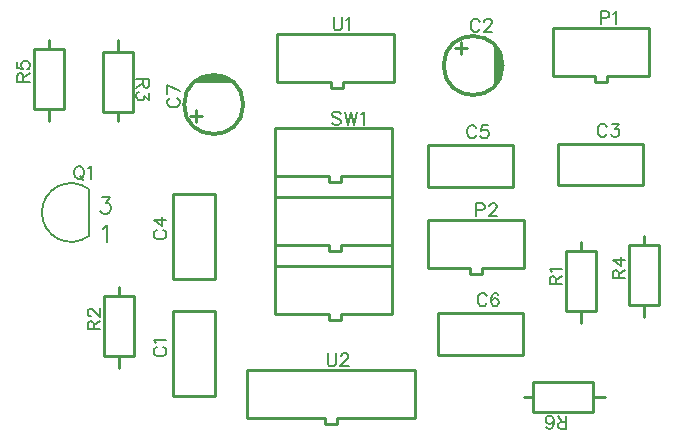
<source format=gto>
G04 Layer: TopSilkscreenLayer*
G04 EasyEDA v6.5.34, 2023-09-13 00:54:02*
G04 8d9e425805504cf3a60d87cb7ac09cbe,2c7f107921f9494b8657ce3d0c88cbd9,10*
G04 Gerber Generator version 0.2*
G04 Scale: 100 percent, Rotated: No, Reflected: No *
G04 Dimensions in millimeters *
G04 leading zeros omitted , absolute positions ,4 integer and 5 decimal *
%FSLAX45Y45*%
%MOMM*%

%ADD10C,0.1524*%
%ADD11C,0.1499*%
%ADD12C,0.2540*%
%ADD13C,0.2007*%
%ADD14C,0.3000*%
%ADD15C,0.0147*%

%LPD*%
D10*
X3479800Y14415516D02*
G01*
X3479800Y14337537D01*
X3484879Y14322044D01*
X3495293Y14311629D01*
X3511041Y14306550D01*
X3521456Y14306550D01*
X3536950Y14311629D01*
X3547363Y14322044D01*
X3552443Y14337537D01*
X3552443Y14415516D01*
X3586734Y14394687D02*
G01*
X3597147Y14400021D01*
X3612895Y14415516D01*
X3612895Y14306550D01*
X3429000Y11570715D02*
G01*
X3429000Y11492737D01*
X3434079Y11477244D01*
X3444493Y11466829D01*
X3460241Y11461750D01*
X3470656Y11461750D01*
X3486150Y11466829D01*
X3496563Y11477244D01*
X3501643Y11492737D01*
X3501643Y11570715D01*
X3541268Y11544808D02*
G01*
X3541268Y11549887D01*
X3546347Y11560302D01*
X3551681Y11565636D01*
X3562095Y11570715D01*
X3582670Y11570715D01*
X3593084Y11565636D01*
X3598418Y11560302D01*
X3603497Y11549887D01*
X3603497Y11539474D01*
X3598418Y11529060D01*
X3588004Y11513565D01*
X3535934Y11461750D01*
X3608831Y11461750D01*
X1980666Y11622252D02*
G01*
X1970252Y11616918D01*
X1959838Y11606504D01*
X1954758Y11596344D01*
X1954758Y11575516D01*
X1959838Y11565102D01*
X1970252Y11554688D01*
X1980666Y11549354D01*
X1996414Y11544274D01*
X2022322Y11544274D01*
X2037816Y11549354D01*
X2048230Y11554688D01*
X2058644Y11565102D01*
X2063978Y11575516D01*
X2063978Y11596344D01*
X2058644Y11606504D01*
X2048230Y11616918D01*
X2037816Y11622252D01*
X1975586Y11656542D02*
G01*
X1970252Y11666956D01*
X1954758Y11682450D01*
X2063978Y11682450D01*
X4716525Y14376907D02*
G01*
X4711445Y14387321D01*
X4701031Y14397736D01*
X4690618Y14402816D01*
X4669790Y14402816D01*
X4659375Y14397736D01*
X4649215Y14387321D01*
X4643881Y14376907D01*
X4638802Y14361160D01*
X4638802Y14335252D01*
X4643881Y14319757D01*
X4649215Y14309344D01*
X4659375Y14298929D01*
X4669790Y14293850D01*
X4690618Y14293850D01*
X4701031Y14298929D01*
X4711445Y14309344D01*
X4716525Y14319757D01*
X4756150Y14376907D02*
G01*
X4756150Y14381987D01*
X4761229Y14392402D01*
X4766563Y14397736D01*
X4776977Y14402816D01*
X4797806Y14402816D01*
X4807965Y14397736D01*
X4813300Y14392402D01*
X4818379Y14381987D01*
X4818379Y14371574D01*
X4813300Y14361160D01*
X4802886Y14345666D01*
X4750815Y14293850D01*
X4823713Y14293850D01*
X5792977Y13487907D02*
G01*
X5787643Y13498321D01*
X5777229Y13508736D01*
X5767070Y13513816D01*
X5746241Y13513816D01*
X5735827Y13508736D01*
X5725413Y13498321D01*
X5720079Y13487907D01*
X5715000Y13472160D01*
X5715000Y13446252D01*
X5720079Y13430757D01*
X5725413Y13420344D01*
X5735827Y13409929D01*
X5746241Y13404850D01*
X5767070Y13404850D01*
X5777229Y13409929D01*
X5787643Y13420344D01*
X5792977Y13430757D01*
X5837681Y13513816D02*
G01*
X5894831Y13513816D01*
X5863590Y13472160D01*
X5879084Y13472160D01*
X5889497Y13467079D01*
X5894831Y13462000D01*
X5899911Y13446252D01*
X5899911Y13435837D01*
X5894831Y13420344D01*
X5884418Y13409929D01*
X5868670Y13404850D01*
X5853175Y13404850D01*
X5837681Y13409929D01*
X5832347Y13415010D01*
X5827268Y13425424D01*
X1980666Y12612852D02*
G01*
X1970252Y12607518D01*
X1959838Y12597104D01*
X1954758Y12586944D01*
X1954758Y12566116D01*
X1959838Y12555702D01*
X1970252Y12545288D01*
X1980666Y12539954D01*
X1996414Y12534874D01*
X2022322Y12534874D01*
X2037816Y12539954D01*
X2048230Y12545288D01*
X2058644Y12555702D01*
X2063978Y12566116D01*
X2063978Y12586944D01*
X2058644Y12597104D01*
X2048230Y12607518D01*
X2037816Y12612852D01*
X1954758Y12698958D02*
G01*
X2027402Y12647142D01*
X2027402Y12725120D01*
X1954758Y12698958D02*
G01*
X2063978Y12698958D01*
X4688077Y13475207D02*
G01*
X4682743Y13485621D01*
X4672329Y13496036D01*
X4662170Y13501116D01*
X4641341Y13501116D01*
X4630927Y13496036D01*
X4620513Y13485621D01*
X4615179Y13475207D01*
X4610100Y13459460D01*
X4610100Y13433552D01*
X4615179Y13418057D01*
X4620513Y13407644D01*
X4630927Y13397229D01*
X4641341Y13392150D01*
X4662170Y13392150D01*
X4672329Y13397229D01*
X4682743Y13407644D01*
X4688077Y13418057D01*
X4784597Y13501116D02*
G01*
X4732781Y13501116D01*
X4727447Y13454379D01*
X4732781Y13459460D01*
X4748275Y13464794D01*
X4763770Y13464794D01*
X4779518Y13459460D01*
X4789931Y13449300D01*
X4795011Y13433552D01*
X4795011Y13423137D01*
X4789931Y13407644D01*
X4779518Y13397229D01*
X4763770Y13392150D01*
X4748275Y13392150D01*
X4732781Y13397229D01*
X4727447Y13402310D01*
X4722368Y13412724D01*
X4776977Y12052808D02*
G01*
X4771643Y12063221D01*
X4761229Y12073636D01*
X4751070Y12078715D01*
X4730241Y12078715D01*
X4719827Y12073636D01*
X4709413Y12063221D01*
X4704079Y12052808D01*
X4699000Y12037060D01*
X4699000Y12011152D01*
X4704079Y11995658D01*
X4709413Y11985244D01*
X4719827Y11974829D01*
X4730241Y11969750D01*
X4751070Y11969750D01*
X4761229Y11974829D01*
X4771643Y11985244D01*
X4776977Y11995658D01*
X4873497Y12063221D02*
G01*
X4868418Y12073636D01*
X4852670Y12078715D01*
X4842509Y12078715D01*
X4826761Y12073636D01*
X4816347Y12057887D01*
X4811268Y12031979D01*
X4811268Y12006071D01*
X4816347Y11985244D01*
X4826761Y11974829D01*
X4842509Y11969750D01*
X4847590Y11969750D01*
X4863084Y11974829D01*
X4873497Y11985244D01*
X4878831Y12000737D01*
X4878831Y12006071D01*
X4873497Y12021565D01*
X4863084Y12031979D01*
X4847590Y12037060D01*
X4842509Y12037060D01*
X4826761Y12031979D01*
X4816347Y12021565D01*
X4811268Y12006071D01*
X2095144Y13733678D02*
G01*
X2084730Y13728344D01*
X2074316Y13717930D01*
X2068982Y13707770D01*
X2068982Y13686942D01*
X2074316Y13676528D01*
X2084730Y13666114D01*
X2095144Y13660780D01*
X2110638Y13655700D01*
X2136546Y13655700D01*
X2152294Y13660780D01*
X2162454Y13666114D01*
X2172868Y13676528D01*
X2178202Y13686942D01*
X2178202Y13707770D01*
X2172868Y13717930D01*
X2162454Y13728344D01*
X2152294Y13733678D01*
X2068982Y13840612D02*
G01*
X2178202Y13788796D01*
X2068982Y13767968D02*
G01*
X2068982Y13840612D01*
X5740400Y14466316D02*
G01*
X5740400Y14357350D01*
X5740400Y14466316D02*
G01*
X5787136Y14466316D01*
X5802629Y14461236D01*
X5807963Y14455902D01*
X5813043Y14445487D01*
X5813043Y14429994D01*
X5807963Y14419579D01*
X5802629Y14414500D01*
X5787136Y14409166D01*
X5740400Y14409166D01*
X5847334Y14445487D02*
G01*
X5857747Y14450821D01*
X5873495Y14466316D01*
X5873495Y14357350D01*
X4686300Y12840715D02*
G01*
X4686300Y12731750D01*
X4686300Y12840715D02*
G01*
X4733036Y12840715D01*
X4748529Y12835636D01*
X4753863Y12830302D01*
X4758943Y12819887D01*
X4758943Y12804394D01*
X4753863Y12793979D01*
X4748529Y12788900D01*
X4733036Y12783565D01*
X4686300Y12783565D01*
X4798568Y12814808D02*
G01*
X4798568Y12819887D01*
X4803647Y12830302D01*
X4808981Y12835636D01*
X4819395Y12840715D01*
X4839970Y12840715D01*
X4850384Y12835636D01*
X4855718Y12830302D01*
X4860797Y12819887D01*
X4860797Y12809474D01*
X4855718Y12799060D01*
X4845304Y12783565D01*
X4793234Y12731750D01*
X4866131Y12731750D01*
X1313687Y13158216D02*
G01*
X1303528Y13152881D01*
X1293113Y13142721D01*
X1287779Y13132307D01*
X1282700Y13116560D01*
X1282700Y13090652D01*
X1287779Y13075158D01*
X1293113Y13064744D01*
X1303528Y13054329D01*
X1313687Y13048995D01*
X1334515Y13048995D01*
X1344929Y13054329D01*
X1355344Y13064744D01*
X1360678Y13075158D01*
X1365757Y13090652D01*
X1365757Y13116560D01*
X1360678Y13132307D01*
X1355344Y13142721D01*
X1344929Y13152881D01*
X1334515Y13158216D01*
X1313687Y13158216D01*
X1329436Y13069824D02*
G01*
X1360678Y13038581D01*
X1400047Y13137387D02*
G01*
X1410462Y13142721D01*
X1425955Y13158216D01*
X1425955Y13048995D01*
D11*
X1524000Y12627610D02*
G01*
X1537715Y12634468D01*
X1558036Y12654787D01*
X1558036Y12511531D01*
X1514855Y12896087D02*
G01*
X1589786Y12896087D01*
X1548892Y12841478D01*
X1569465Y12841478D01*
X1582928Y12834874D01*
X1589786Y12828015D01*
X1596644Y12807442D01*
X1596644Y12793726D01*
X1589786Y12773405D01*
X1576323Y12759689D01*
X1555750Y12752831D01*
X1535176Y12752831D01*
X1514855Y12759689D01*
X1507997Y12766547D01*
X1501139Y12780263D01*
D10*
X5307584Y12153900D02*
G01*
X5416550Y12153900D01*
X5307584Y12153900D02*
G01*
X5307584Y12200636D01*
X5312663Y12216129D01*
X5317997Y12221463D01*
X5328411Y12226544D01*
X5338825Y12226544D01*
X5349240Y12221463D01*
X5354320Y12216129D01*
X5359400Y12200636D01*
X5359400Y12153900D01*
X5359400Y12190221D02*
G01*
X5416550Y12226544D01*
X5328411Y12260834D02*
G01*
X5323077Y12271247D01*
X5307584Y12286995D01*
X5416550Y12286995D01*
X1395984Y11772900D02*
G01*
X1504950Y11772900D01*
X1395984Y11772900D02*
G01*
X1395984Y11819636D01*
X1401063Y11835129D01*
X1406397Y11840463D01*
X1416812Y11845544D01*
X1427226Y11845544D01*
X1437639Y11840463D01*
X1442720Y11835129D01*
X1447800Y11819636D01*
X1447800Y11772900D01*
X1447800Y11809221D02*
G01*
X1504950Y11845544D01*
X1421892Y11885168D02*
G01*
X1416812Y11885168D01*
X1406397Y11890247D01*
X1401063Y11895581D01*
X1395984Y11905995D01*
X1395984Y11926570D01*
X1401063Y11936984D01*
X1406397Y11942318D01*
X1416812Y11947397D01*
X1427226Y11947397D01*
X1437639Y11942318D01*
X1453134Y11931904D01*
X1504950Y11879834D01*
X1504950Y11952731D01*
X1918715Y13893800D02*
G01*
X1809750Y13893800D01*
X1918715Y13893800D02*
G01*
X1918715Y13847063D01*
X1913636Y13831570D01*
X1908302Y13826236D01*
X1897887Y13821155D01*
X1887473Y13821155D01*
X1877060Y13826236D01*
X1871979Y13831570D01*
X1866900Y13847063D01*
X1866900Y13893800D01*
X1866900Y13857478D02*
G01*
X1809750Y13821155D01*
X1918715Y13776452D02*
G01*
X1918715Y13719302D01*
X1877060Y13750289D01*
X1877060Y13734795D01*
X1871979Y13724381D01*
X1866900Y13719302D01*
X1851152Y13713968D01*
X1840737Y13713968D01*
X1825244Y13719302D01*
X1814829Y13729716D01*
X1809750Y13745210D01*
X1809750Y13760704D01*
X1814829Y13776452D01*
X1819910Y13781531D01*
X1830323Y13786866D01*
X5840984Y12204700D02*
G01*
X5949950Y12204700D01*
X5840984Y12204700D02*
G01*
X5840984Y12251436D01*
X5846063Y12266929D01*
X5851397Y12272263D01*
X5861811Y12277344D01*
X5872225Y12277344D01*
X5882640Y12272263D01*
X5887720Y12266929D01*
X5892800Y12251436D01*
X5892800Y12204700D01*
X5892800Y12241021D02*
G01*
X5949950Y12277344D01*
X5840984Y12363704D02*
G01*
X5913627Y12311634D01*
X5913627Y12389612D01*
X5840984Y12363704D02*
G01*
X5949950Y12363704D01*
X799084Y13868400D02*
G01*
X908050Y13868400D01*
X799084Y13868400D02*
G01*
X799084Y13915136D01*
X804163Y13930629D01*
X809497Y13935963D01*
X819912Y13941044D01*
X830326Y13941044D01*
X840739Y13935963D01*
X845820Y13930629D01*
X850900Y13915136D01*
X850900Y13868400D01*
X850900Y13904721D02*
G01*
X908050Y13941044D01*
X799084Y14037818D02*
G01*
X799084Y13985747D01*
X845820Y13980668D01*
X840739Y13985747D01*
X835405Y14001495D01*
X835405Y14016989D01*
X840739Y14032484D01*
X850900Y14042897D01*
X866647Y14048231D01*
X877062Y14048231D01*
X892555Y14042897D01*
X902970Y14032484D01*
X908050Y14016989D01*
X908050Y14001495D01*
X902970Y13985747D01*
X897889Y13980668D01*
X887476Y13975334D01*
X5448300Y10933684D02*
G01*
X5448300Y11042650D01*
X5448300Y10933684D02*
G01*
X5401563Y10933684D01*
X5386070Y10938763D01*
X5380736Y10944097D01*
X5375656Y10954512D01*
X5375656Y10964926D01*
X5380736Y10975339D01*
X5386070Y10980420D01*
X5401563Y10985500D01*
X5448300Y10985500D01*
X5411977Y10985500D02*
G01*
X5375656Y11042650D01*
X5278881Y10949178D02*
G01*
X5284215Y10938763D01*
X5299709Y10933684D01*
X5310124Y10933684D01*
X5325618Y10938763D01*
X5336031Y10954512D01*
X5341365Y10980420D01*
X5341365Y11006328D01*
X5336031Y11027155D01*
X5325618Y11037570D01*
X5310124Y11042650D01*
X5304790Y11042650D01*
X5289295Y11037570D01*
X5278881Y11027155D01*
X5273802Y11011662D01*
X5273802Y11006328D01*
X5278881Y10990834D01*
X5289295Y10980420D01*
X5304790Y10975339D01*
X5310124Y10975339D01*
X5325618Y10980420D01*
X5336031Y10990834D01*
X5341365Y11006328D01*
X3539743Y13599921D02*
G01*
X3529329Y13610336D01*
X3513836Y13615416D01*
X3493008Y13615416D01*
X3477513Y13610336D01*
X3467100Y13599921D01*
X3467100Y13589507D01*
X3472179Y13579094D01*
X3477513Y13573760D01*
X3487927Y13568679D01*
X3519170Y13558266D01*
X3529329Y13553186D01*
X3534663Y13547852D01*
X3539743Y13537437D01*
X3539743Y13521944D01*
X3529329Y13511529D01*
X3513836Y13506450D01*
X3493008Y13506450D01*
X3477513Y13511529D01*
X3467100Y13521944D01*
X3574034Y13615416D02*
G01*
X3600195Y13506450D01*
X3626104Y13615416D02*
G01*
X3600195Y13506450D01*
X3626104Y13615416D02*
G01*
X3652011Y13506450D01*
X3677920Y13615416D02*
G01*
X3652011Y13506450D01*
X3712209Y13594587D02*
G01*
X3722624Y13599921D01*
X3738372Y13615416D01*
X3738372Y13506450D01*
G36*
X4840427Y14173200D02*
G01*
X4840427Y13843000D01*
X4849977Y13852753D01*
X4858969Y13863015D01*
X4867351Y13873835D01*
X4875072Y13885113D01*
X4882083Y13896848D01*
X4888382Y13908989D01*
X4893919Y13921486D01*
X4898745Y13934287D01*
X4902758Y13947343D01*
X4906010Y13960601D01*
X4908448Y13974063D01*
X4910074Y13987627D01*
X4910886Y14001242D01*
X4910886Y14014957D01*
X4910074Y14028572D01*
X4908448Y14042136D01*
X4906010Y14055598D01*
X4902758Y14068856D01*
X4898745Y14081912D01*
X4893919Y14094713D01*
X4888382Y14107210D01*
X4882083Y14119351D01*
X4875072Y14131086D01*
X4867351Y14142364D01*
X4858969Y14153184D01*
X4849977Y14163446D01*
G37*
G36*
X2463901Y13927886D02*
G01*
X2450236Y13927480D01*
X2436622Y13926261D01*
X2423109Y13924229D01*
X2409748Y13921384D01*
X2396591Y13917726D01*
X2390089Y13915644D01*
X2377287Y13910818D01*
X2364790Y13905280D01*
X2352649Y13898981D01*
X2340914Y13891971D01*
X2329637Y13884249D01*
X2318816Y13875867D01*
X2308555Y13866876D01*
X2298801Y13857325D01*
X2629001Y13857325D01*
X2619248Y13866876D01*
X2608986Y13875867D01*
X2598166Y13884249D01*
X2586888Y13891971D01*
X2575153Y13898981D01*
X2563012Y13905280D01*
X2550515Y13910818D01*
X2537714Y13915644D01*
X2524658Y13919657D01*
X2511399Y13922908D01*
X2497937Y13925346D01*
X2484374Y13926972D01*
X2470759Y13927785D01*
G37*
D12*
X3987797Y13868400D02*
G01*
X3556000Y13868400D01*
X3454400Y13868400D02*
G01*
X2997200Y13868400D01*
X3454400Y13817600D02*
G01*
X3454400Y13868400D01*
X3556000Y13868400D02*
G01*
X3556000Y13817600D01*
X3556000Y13817600D02*
G01*
X3454400Y13817600D01*
X2997200Y14274800D02*
G01*
X3987797Y14274800D01*
X3987797Y13868400D02*
G01*
X3987797Y14274800D01*
X2997200Y13868400D02*
G01*
X2997200Y14274800D01*
X4165597Y11023600D02*
G01*
X3505200Y11023600D01*
X3403600Y11023600D02*
G01*
X2743200Y11023600D01*
X3403600Y10972800D02*
G01*
X3403600Y11023600D01*
X3505200Y11023600D02*
G01*
X3505200Y10972800D01*
X3505200Y10972800D02*
G01*
X3403600Y10972800D01*
X2743200Y11430000D02*
G01*
X4165597Y11430000D01*
X4165597Y11023600D02*
G01*
X4165597Y11430000D01*
X2743200Y11023600D02*
G01*
X2743200Y11430000D01*
X2123709Y11209690D02*
G01*
X2123711Y11929684D01*
X2123709Y11929684D02*
G01*
X2473713Y11929684D01*
X2473716Y11929684D02*
G01*
X2473713Y11209690D01*
X2473716Y11209690D02*
G01*
X2123711Y11209690D01*
X4509388Y14158087D02*
G01*
X4610988Y14158087D01*
X4561001Y14208099D02*
G01*
X4561001Y14106499D01*
X5380403Y13344903D02*
G01*
X6100396Y13344900D01*
X6100396Y13344903D02*
G01*
X6100396Y12994899D01*
X6100396Y12994896D02*
G01*
X5380403Y12994899D01*
X5380403Y12994896D02*
G01*
X5380403Y13344900D01*
X2123709Y12200290D02*
G01*
X2123711Y12920284D01*
X2123709Y12920284D02*
G01*
X2473713Y12920284D01*
X2473716Y12920284D02*
G01*
X2473713Y12200290D01*
X2473716Y12200290D02*
G01*
X2123711Y12200290D01*
X4275503Y13332203D02*
G01*
X4995496Y13332200D01*
X4995496Y13332203D02*
G01*
X4995496Y12982199D01*
X4995496Y12982196D02*
G01*
X4275503Y12982199D01*
X4275503Y12982196D02*
G01*
X4275503Y13332200D01*
X4364403Y11909803D02*
G01*
X5084396Y11909800D01*
X5084396Y11909803D02*
G01*
X5084396Y11559799D01*
X5084396Y11559796D02*
G01*
X4364403Y11559799D01*
X4364403Y11559796D02*
G01*
X4364403Y11909800D01*
X2313914Y13526287D02*
G01*
X2313914Y13627887D01*
X2263902Y13577900D02*
G01*
X2365502Y13577900D01*
X5334000Y14325600D02*
G01*
X6146800Y14325600D01*
X6146800Y13919200D02*
G01*
X5791200Y13919200D01*
X6146800Y13919200D02*
G01*
X6146800Y14325600D01*
X5689600Y13919200D02*
G01*
X5334000Y13919200D01*
X5791200Y13868400D02*
G01*
X5689600Y13868400D01*
X5791200Y13919200D02*
G01*
X5791200Y13868400D01*
X5689600Y13868400D02*
G01*
X5689600Y13919200D01*
X5334000Y13919200D02*
G01*
X5334000Y14325600D01*
X4279900Y12700000D02*
G01*
X5092700Y12700000D01*
X5092700Y12293600D02*
G01*
X4737100Y12293600D01*
X5092700Y12293600D02*
G01*
X5092700Y12700000D01*
X4635500Y12293600D02*
G01*
X4279900Y12293600D01*
X4737100Y12242800D02*
G01*
X4635500Y12242800D01*
X4737100Y12293600D02*
G01*
X4737100Y12242800D01*
X4635500Y12242800D02*
G01*
X4635500Y12293600D01*
X4279900Y12293600D02*
G01*
X4279900Y12700000D01*
D13*
X1407413Y12565379D02*
G01*
X1407413Y12961620D01*
D12*
X5448300Y11925300D02*
G01*
X5448300Y12179300D01*
X5448300Y12433300D01*
X5702300Y12433300D01*
X5702300Y11925300D01*
X5448300Y11925300D01*
X5575300Y11925300D02*
G01*
X5575300Y11823700D01*
X5575300Y12433300D02*
G01*
X5575300Y12509500D01*
X1536700Y11544300D02*
G01*
X1536700Y11798300D01*
X1536700Y12052300D01*
X1790700Y12052300D01*
X1790700Y11544300D01*
X1536700Y11544300D01*
X1663700Y11544300D02*
G01*
X1663700Y11442700D01*
X1663700Y12052300D02*
G01*
X1663700Y12128500D01*
X1778000Y14122400D02*
G01*
X1778000Y13868400D01*
X1778000Y13614400D01*
X1524000Y13614400D01*
X1524000Y14122400D01*
X1778000Y14122400D01*
X1651000Y14122400D02*
G01*
X1651000Y14224000D01*
X1651000Y13614400D02*
G01*
X1651000Y13538200D01*
X5981700Y11976100D02*
G01*
X5981700Y12230100D01*
X5981700Y12484100D01*
X6235700Y12484100D01*
X6235700Y11976100D01*
X5981700Y11976100D01*
X6108700Y11976100D02*
G01*
X6108700Y11874500D01*
X6108700Y12484100D02*
G01*
X6108700Y12560300D01*
X939800Y13639800D02*
G01*
X939800Y13893800D01*
X939800Y14147800D01*
X1193800Y14147800D01*
X1193800Y13639800D01*
X939800Y13639800D01*
X1066800Y13639800D02*
G01*
X1066800Y13538200D01*
X1066800Y14147800D02*
G01*
X1066800Y14224000D01*
X5676900Y11074400D02*
G01*
X5422900Y11074400D01*
X5168900Y11074400D01*
X5168900Y11328400D01*
X5676900Y11328400D01*
X5676900Y11074400D01*
X5676900Y11201400D02*
G01*
X5778500Y11201400D01*
X5168900Y11201400D02*
G01*
X5092700Y11201400D01*
X2984500Y12890502D02*
G01*
X3975097Y12890502D01*
X3975097Y11899902D02*
G01*
X3975097Y13474700D01*
X2984500Y11899902D02*
G01*
X2984500Y13474700D01*
X3441700Y12484102D02*
G01*
X2984500Y12484102D01*
X3441700Y13068300D02*
G01*
X2984500Y13068300D01*
X3975097Y13068300D02*
G01*
X3543300Y13068300D01*
X3975097Y11899902D02*
G01*
X3543300Y11899902D01*
X3441700Y11899902D02*
G01*
X2984500Y11899902D01*
X3441700Y11849102D02*
G01*
X3441700Y11899902D01*
X3543300Y11899902D02*
G01*
X3543300Y11849102D01*
X3543300Y11849102D02*
G01*
X3441700Y11849102D01*
X2984500Y12306302D02*
G01*
X3975097Y12306302D01*
X3975097Y12484102D02*
G01*
X3543300Y12484102D01*
X3441700Y12433302D02*
G01*
X3441700Y12484102D01*
X3543300Y12484102D02*
G01*
X3543300Y12433302D01*
X3543300Y12433302D02*
G01*
X3441700Y12433302D01*
X3441700Y13017500D02*
G01*
X3441700Y13068300D01*
X3543300Y13068300D02*
G01*
X3543300Y13017500D01*
X3543300Y13017500D02*
G01*
X3441700Y13017500D01*
X2984500Y13474700D02*
G01*
X3975097Y13474700D01*
D13*
G75*
G01*
X1407414Y12961620D02*
G03*
X1407414Y12565380I-149857J-198120D01*
D14*
G75*
G01
X4911014Y14008100D02*
G03X4911014Y14008100I-250012J0D01*
G75*
G01
X2713914Y13677900D02*
G03X2713914Y13677900I-250012J0D01*
M02*

</source>
